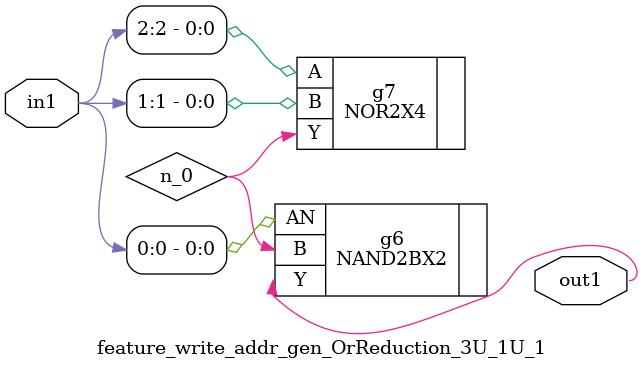
<source format=v>
`timescale 1ps / 1ps


module feature_write_addr_gen_OrReduction_3U_1U_1(in1, out1);
  input [2:0] in1;
  output out1;
  wire [2:0] in1;
  wire out1;
  wire n_0;
  NAND2BX2 g6(.AN (in1[0]), .B (n_0), .Y (out1));
  NOR2X4 g7(.A (in1[2]), .B (in1[1]), .Y (n_0));
endmodule



</source>
